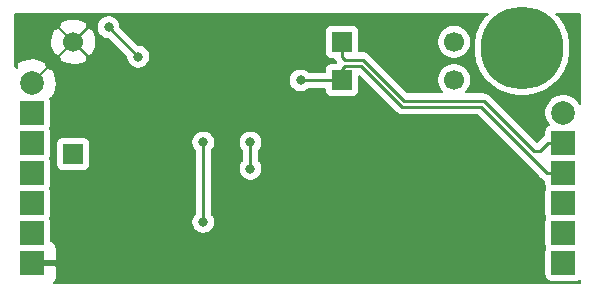
<source format=gbr>
G04 #@! TF.GenerationSoftware,KiCad,Pcbnew,(5.1.2-1)-1*
G04 #@! TF.CreationDate,2021-07-04T20:57:03+03:00*
G04 #@! TF.ProjectId,OEP-2,4f45502d-322e-46b6-9963-61645f706362,rev?*
G04 #@! TF.SameCoordinates,Original*
G04 #@! TF.FileFunction,Copper,L2,Bot*
G04 #@! TF.FilePolarity,Positive*
%FSLAX46Y46*%
G04 Gerber Fmt 4.6, Leading zero omitted, Abs format (unit mm)*
G04 Created by KiCad (PCBNEW (5.1.2-1)-1) date 2021-07-04 20:57:03*
%MOMM*%
%LPD*%
G04 APERTURE LIST*
%ADD10R,1.700000X1.700000*%
%ADD11C,1.700000*%
%ADD12R,2.000000X2.000000*%
%ADD13C,2.000000*%
%ADD14C,7.000000*%
%ADD15C,0.800000*%
%ADD16C,0.500000*%
%ADD17C,0.250000*%
%ADD18C,0.200000*%
G04 APERTURE END LIST*
D10*
X103750000Y-56750000D03*
D11*
X113250000Y-56750000D03*
D10*
X103750000Y-53500000D03*
D11*
X113250000Y-53500000D03*
D10*
X81000000Y-63000000D03*
D11*
X81000000Y-53500000D03*
D12*
X122500000Y-72200000D03*
X122500000Y-64580000D03*
X122500000Y-69660000D03*
X122500000Y-62040000D03*
X122500000Y-67120000D03*
D13*
X122500000Y-59500000D03*
D12*
X77500000Y-69700000D03*
X77500000Y-62080000D03*
X77500000Y-67160000D03*
X77500000Y-59540000D03*
X77500000Y-64620000D03*
D13*
X77500000Y-57000000D03*
D12*
X77500000Y-72240000D03*
D14*
X119000000Y-54000000D03*
D15*
X113250000Y-62250000D03*
X80250000Y-71250000D03*
X80250000Y-73250000D03*
X81500000Y-71250000D03*
X81500000Y-73250000D03*
X76750000Y-54250000D03*
X78250000Y-54250000D03*
X78250000Y-53000000D03*
X76750000Y-53000000D03*
X105250000Y-71500000D03*
X86750000Y-73250000D03*
X86750000Y-57500000D03*
X104500000Y-59500000D03*
X84250000Y-58250000D03*
X97750000Y-59500000D03*
X96000000Y-64250000D03*
X96000000Y-62000000D03*
X100250000Y-56750000D03*
X92000000Y-62000000D03*
X92000000Y-68750000D03*
X84000000Y-52250000D03*
X86500000Y-54750000D03*
D16*
X77500000Y-72240000D02*
X79990000Y-72240000D01*
D17*
X115750000Y-58500000D02*
X109000000Y-58500000D01*
X122500000Y-62040000D02*
X121210000Y-62040000D01*
X120000000Y-62750000D02*
X115750000Y-58500000D01*
X121210000Y-62040000D02*
X120500000Y-62750000D01*
X120500000Y-62750000D02*
X120000000Y-62750000D01*
X103750000Y-53500000D02*
X103750000Y-54750000D01*
X104000000Y-55000000D02*
X105500000Y-55000000D01*
X103750000Y-54750000D02*
X104000000Y-55000000D01*
X109000000Y-58500000D02*
X105500000Y-55000000D01*
X96000000Y-64250000D02*
X96000000Y-62000000D01*
X103750000Y-56750000D02*
X103750000Y-55750000D01*
X103750000Y-55750000D02*
X104000000Y-55500000D01*
X104000000Y-55500000D02*
X105363590Y-55500000D01*
X105363590Y-55500000D02*
X108863590Y-59000000D01*
X108863590Y-59000000D02*
X115500000Y-59000000D01*
X121080000Y-64580000D02*
X120750000Y-64250000D01*
X122500000Y-64580000D02*
X121080000Y-64580000D01*
X120750000Y-64250000D02*
X121000000Y-64500000D01*
X115500000Y-59000000D02*
X120750000Y-64250000D01*
X103750000Y-56750000D02*
X100250000Y-56750000D01*
X92000000Y-62000000D02*
X92000000Y-66500000D01*
X92000000Y-66500000D02*
X92000000Y-68750000D01*
X84000000Y-52250000D02*
X86500000Y-54750000D01*
D18*
G36*
X115815322Y-51386402D02*
G01*
X115366627Y-52057922D01*
X115057561Y-52804074D01*
X114900000Y-53596185D01*
X114900000Y-54403815D01*
X115057561Y-55195926D01*
X115366627Y-55942078D01*
X115815322Y-56613598D01*
X116386402Y-57184678D01*
X117057922Y-57633373D01*
X117804074Y-57942439D01*
X118596185Y-58100000D01*
X119403815Y-58100000D01*
X120195926Y-57942439D01*
X120942078Y-57633373D01*
X121613598Y-57184678D01*
X122184678Y-56613598D01*
X122633373Y-55942078D01*
X122942439Y-55195926D01*
X123100000Y-54403815D01*
X123100000Y-53596185D01*
X122942439Y-52804074D01*
X122633373Y-52057922D01*
X122184678Y-51386402D01*
X121898276Y-51100000D01*
X123900000Y-51100000D01*
X123900000Y-58715324D01*
X123742801Y-58480059D01*
X123519941Y-58257199D01*
X123257884Y-58082098D01*
X122966703Y-57961487D01*
X122657586Y-57900000D01*
X122342414Y-57900000D01*
X122033297Y-57961487D01*
X121742116Y-58082098D01*
X121480059Y-58257199D01*
X121257199Y-58480059D01*
X121082098Y-58742116D01*
X120961487Y-59033297D01*
X120900000Y-59342414D01*
X120900000Y-59657586D01*
X120961487Y-59966703D01*
X121082098Y-60257884D01*
X121242185Y-60497472D01*
X121165045Y-60538704D01*
X121073683Y-60613683D01*
X120998704Y-60705045D01*
X120942990Y-60809279D01*
X120908682Y-60922379D01*
X120897097Y-61040000D01*
X120897097Y-61385182D01*
X120805263Y-61434269D01*
X120722525Y-61502170D01*
X120722523Y-61502172D01*
X120694868Y-61524868D01*
X120672172Y-61552523D01*
X120250000Y-61974695D01*
X116287832Y-58012528D01*
X116265132Y-57984868D01*
X116154737Y-57894269D01*
X116028788Y-57826947D01*
X115892125Y-57785491D01*
X115785607Y-57775000D01*
X115785597Y-57775000D01*
X115750000Y-57771494D01*
X115714403Y-57775000D01*
X114275610Y-57775000D01*
X114376289Y-57674321D01*
X114534973Y-57436833D01*
X114644277Y-57172949D01*
X114700000Y-56892813D01*
X114700000Y-56607187D01*
X114644277Y-56327051D01*
X114534973Y-56063167D01*
X114376289Y-55825679D01*
X114174321Y-55623711D01*
X113936833Y-55465027D01*
X113672949Y-55355723D01*
X113392813Y-55300000D01*
X113107187Y-55300000D01*
X112827051Y-55355723D01*
X112563167Y-55465027D01*
X112325679Y-55623711D01*
X112123711Y-55825679D01*
X111965027Y-56063167D01*
X111855723Y-56327051D01*
X111800000Y-56607187D01*
X111800000Y-56892813D01*
X111855723Y-57172949D01*
X111965027Y-57436833D01*
X112123711Y-57674321D01*
X112224390Y-57775000D01*
X109300305Y-57775000D01*
X106037830Y-54512526D01*
X106015132Y-54484868D01*
X105904737Y-54394269D01*
X105778788Y-54326947D01*
X105642125Y-54285491D01*
X105535607Y-54275000D01*
X105535597Y-54275000D01*
X105500000Y-54271494D01*
X105464403Y-54275000D01*
X105202903Y-54275000D01*
X105202903Y-53357187D01*
X111800000Y-53357187D01*
X111800000Y-53642813D01*
X111855723Y-53922949D01*
X111965027Y-54186833D01*
X112123711Y-54424321D01*
X112325679Y-54626289D01*
X112563167Y-54784973D01*
X112827051Y-54894277D01*
X113107187Y-54950000D01*
X113392813Y-54950000D01*
X113672949Y-54894277D01*
X113936833Y-54784973D01*
X114174321Y-54626289D01*
X114376289Y-54424321D01*
X114534973Y-54186833D01*
X114644277Y-53922949D01*
X114700000Y-53642813D01*
X114700000Y-53357187D01*
X114644277Y-53077051D01*
X114534973Y-52813167D01*
X114376289Y-52575679D01*
X114174321Y-52373711D01*
X113936833Y-52215027D01*
X113672949Y-52105723D01*
X113392813Y-52050000D01*
X113107187Y-52050000D01*
X112827051Y-52105723D01*
X112563167Y-52215027D01*
X112325679Y-52373711D01*
X112123711Y-52575679D01*
X111965027Y-52813167D01*
X111855723Y-53077051D01*
X111800000Y-53357187D01*
X105202903Y-53357187D01*
X105202903Y-52650000D01*
X105191318Y-52532379D01*
X105157010Y-52419279D01*
X105101296Y-52315045D01*
X105026317Y-52223683D01*
X104934955Y-52148704D01*
X104830721Y-52092990D01*
X104717621Y-52058682D01*
X104600000Y-52047097D01*
X102900000Y-52047097D01*
X102782379Y-52058682D01*
X102669279Y-52092990D01*
X102565045Y-52148704D01*
X102473683Y-52223683D01*
X102398704Y-52315045D01*
X102342990Y-52419279D01*
X102308682Y-52532379D01*
X102297097Y-52650000D01*
X102297097Y-54350000D01*
X102308682Y-54467621D01*
X102342990Y-54580721D01*
X102398704Y-54684955D01*
X102473683Y-54776317D01*
X102565045Y-54851296D01*
X102669279Y-54907010D01*
X102782379Y-54941318D01*
X102900000Y-54952903D01*
X103053929Y-54952903D01*
X103076947Y-55028787D01*
X103144269Y-55154736D01*
X103212170Y-55237474D01*
X103212173Y-55237477D01*
X103222450Y-55250000D01*
X103212173Y-55262523D01*
X103212170Y-55262526D01*
X103183798Y-55297097D01*
X102900000Y-55297097D01*
X102782379Y-55308682D01*
X102669279Y-55342990D01*
X102565045Y-55398704D01*
X102473683Y-55473683D01*
X102398704Y-55565045D01*
X102342990Y-55669279D01*
X102308682Y-55782379D01*
X102297097Y-55900000D01*
X102297097Y-56025000D01*
X100939214Y-56025000D01*
X100887463Y-55973249D01*
X100723678Y-55863811D01*
X100541689Y-55788429D01*
X100348491Y-55750000D01*
X100151509Y-55750000D01*
X99958311Y-55788429D01*
X99776322Y-55863811D01*
X99612537Y-55973249D01*
X99473249Y-56112537D01*
X99363811Y-56276322D01*
X99288429Y-56458311D01*
X99250000Y-56651509D01*
X99250000Y-56848491D01*
X99288429Y-57041689D01*
X99363811Y-57223678D01*
X99473249Y-57387463D01*
X99612537Y-57526751D01*
X99776322Y-57636189D01*
X99958311Y-57711571D01*
X100151509Y-57750000D01*
X100348491Y-57750000D01*
X100541689Y-57711571D01*
X100723678Y-57636189D01*
X100887463Y-57526751D01*
X100939214Y-57475000D01*
X102297097Y-57475000D01*
X102297097Y-57600000D01*
X102308682Y-57717621D01*
X102342990Y-57830721D01*
X102398704Y-57934955D01*
X102473683Y-58026317D01*
X102565045Y-58101296D01*
X102669279Y-58157010D01*
X102782379Y-58191318D01*
X102900000Y-58202903D01*
X104600000Y-58202903D01*
X104717621Y-58191318D01*
X104830721Y-58157010D01*
X104934955Y-58101296D01*
X105026317Y-58026317D01*
X105101296Y-57934955D01*
X105157010Y-57830721D01*
X105191318Y-57717621D01*
X105202903Y-57600000D01*
X105202903Y-56364617D01*
X108325762Y-59487477D01*
X108348458Y-59515132D01*
X108376113Y-59537828D01*
X108376115Y-59537830D01*
X108458853Y-59605731D01*
X108584802Y-59673053D01*
X108721465Y-59714509D01*
X108827983Y-59725000D01*
X108827992Y-59725000D01*
X108863589Y-59728506D01*
X108899186Y-59725000D01*
X115199696Y-59725000D01*
X120262525Y-64787830D01*
X120262531Y-64787835D01*
X120542168Y-65067472D01*
X120564868Y-65095132D01*
X120675263Y-65185731D01*
X120801212Y-65253053D01*
X120897097Y-65282139D01*
X120897097Y-65580000D01*
X120908682Y-65697621D01*
X120942990Y-65810721D01*
X120963985Y-65850000D01*
X120942990Y-65889279D01*
X120908682Y-66002379D01*
X120897097Y-66120000D01*
X120897097Y-68120000D01*
X120908682Y-68237621D01*
X120942990Y-68350721D01*
X120963985Y-68390000D01*
X120942990Y-68429279D01*
X120908682Y-68542379D01*
X120897097Y-68660000D01*
X120897097Y-70660000D01*
X120908682Y-70777621D01*
X120942990Y-70890721D01*
X120963985Y-70930000D01*
X120942990Y-70969279D01*
X120908682Y-71082379D01*
X120897097Y-71200000D01*
X120897097Y-73200000D01*
X120908682Y-73317621D01*
X120942990Y-73430721D01*
X120998704Y-73534955D01*
X121073683Y-73626317D01*
X121165045Y-73701296D01*
X121269279Y-73757010D01*
X121382379Y-73791318D01*
X121500000Y-73802903D01*
X123500000Y-73802903D01*
X123617621Y-73791318D01*
X123730721Y-73757010D01*
X123834955Y-73701296D01*
X123900000Y-73647915D01*
X123900000Y-73900000D01*
X79381360Y-73900000D01*
X79419042Y-73854084D01*
X79521184Y-73662988D01*
X79584084Y-73455638D01*
X79605322Y-73240000D01*
X79600000Y-72540000D01*
X79325000Y-72265000D01*
X77525000Y-72265000D01*
X77525000Y-72285000D01*
X77475000Y-72285000D01*
X77475000Y-72265000D01*
X77455000Y-72265000D01*
X77455000Y-72215000D01*
X77475000Y-72215000D01*
X77475000Y-72195000D01*
X77525000Y-72195000D01*
X77525000Y-72215000D01*
X79325000Y-72215000D01*
X79600000Y-71940000D01*
X79605322Y-71240000D01*
X79584084Y-71024362D01*
X79521184Y-70817012D01*
X79419042Y-70625916D01*
X79281581Y-70458419D01*
X79114084Y-70320958D01*
X79102903Y-70314982D01*
X79102903Y-68700000D01*
X79091318Y-68582379D01*
X79057010Y-68469279D01*
X79036015Y-68430000D01*
X79057010Y-68390721D01*
X79091318Y-68277621D01*
X79102903Y-68160000D01*
X79102903Y-66160000D01*
X79091318Y-66042379D01*
X79057010Y-65929279D01*
X79036015Y-65890000D01*
X79057010Y-65850721D01*
X79091318Y-65737621D01*
X79102903Y-65620000D01*
X79102903Y-63620000D01*
X79091318Y-63502379D01*
X79057010Y-63389279D01*
X79036015Y-63350000D01*
X79057010Y-63310721D01*
X79091318Y-63197621D01*
X79102903Y-63080000D01*
X79102903Y-62150000D01*
X79547097Y-62150000D01*
X79547097Y-63850000D01*
X79558682Y-63967621D01*
X79592990Y-64080721D01*
X79648704Y-64184955D01*
X79723683Y-64276317D01*
X79815045Y-64351296D01*
X79919279Y-64407010D01*
X80032379Y-64441318D01*
X80150000Y-64452903D01*
X81850000Y-64452903D01*
X81967621Y-64441318D01*
X82080721Y-64407010D01*
X82184955Y-64351296D01*
X82276317Y-64276317D01*
X82351296Y-64184955D01*
X82407010Y-64080721D01*
X82441318Y-63967621D01*
X82452903Y-63850000D01*
X82452903Y-62150000D01*
X82441318Y-62032379D01*
X82407010Y-61919279D01*
X82397512Y-61901509D01*
X91000000Y-61901509D01*
X91000000Y-62098491D01*
X91038429Y-62291689D01*
X91113811Y-62473678D01*
X91223249Y-62637463D01*
X91275000Y-62689214D01*
X91275001Y-66464384D01*
X91275000Y-66464394D01*
X91275001Y-68060785D01*
X91223249Y-68112537D01*
X91113811Y-68276322D01*
X91038429Y-68458311D01*
X91000000Y-68651509D01*
X91000000Y-68848491D01*
X91038429Y-69041689D01*
X91113811Y-69223678D01*
X91223249Y-69387463D01*
X91362537Y-69526751D01*
X91526322Y-69636189D01*
X91708311Y-69711571D01*
X91901509Y-69750000D01*
X92098491Y-69750000D01*
X92291689Y-69711571D01*
X92473678Y-69636189D01*
X92637463Y-69526751D01*
X92776751Y-69387463D01*
X92886189Y-69223678D01*
X92961571Y-69041689D01*
X93000000Y-68848491D01*
X93000000Y-68651509D01*
X92961571Y-68458311D01*
X92886189Y-68276322D01*
X92776751Y-68112537D01*
X92725000Y-68060786D01*
X92725000Y-62689214D01*
X92776751Y-62637463D01*
X92886189Y-62473678D01*
X92961571Y-62291689D01*
X93000000Y-62098491D01*
X93000000Y-61901509D01*
X95000000Y-61901509D01*
X95000000Y-62098491D01*
X95038429Y-62291689D01*
X95113811Y-62473678D01*
X95223249Y-62637463D01*
X95275001Y-62689215D01*
X95275000Y-63560786D01*
X95223249Y-63612537D01*
X95113811Y-63776322D01*
X95038429Y-63958311D01*
X95000000Y-64151509D01*
X95000000Y-64348491D01*
X95038429Y-64541689D01*
X95113811Y-64723678D01*
X95223249Y-64887463D01*
X95362537Y-65026751D01*
X95526322Y-65136189D01*
X95708311Y-65211571D01*
X95901509Y-65250000D01*
X96098491Y-65250000D01*
X96291689Y-65211571D01*
X96473678Y-65136189D01*
X96637463Y-65026751D01*
X96776751Y-64887463D01*
X96886189Y-64723678D01*
X96961571Y-64541689D01*
X97000000Y-64348491D01*
X97000000Y-64151509D01*
X96961571Y-63958311D01*
X96886189Y-63776322D01*
X96776751Y-63612537D01*
X96725000Y-63560786D01*
X96725000Y-62689214D01*
X96776751Y-62637463D01*
X96886189Y-62473678D01*
X96961571Y-62291689D01*
X97000000Y-62098491D01*
X97000000Y-61901509D01*
X96961571Y-61708311D01*
X96886189Y-61526322D01*
X96776751Y-61362537D01*
X96637463Y-61223249D01*
X96473678Y-61113811D01*
X96291689Y-61038429D01*
X96098491Y-61000000D01*
X95901509Y-61000000D01*
X95708311Y-61038429D01*
X95526322Y-61113811D01*
X95362537Y-61223249D01*
X95223249Y-61362537D01*
X95113811Y-61526322D01*
X95038429Y-61708311D01*
X95000000Y-61901509D01*
X93000000Y-61901509D01*
X92961571Y-61708311D01*
X92886189Y-61526322D01*
X92776751Y-61362537D01*
X92637463Y-61223249D01*
X92473678Y-61113811D01*
X92291689Y-61038429D01*
X92098491Y-61000000D01*
X91901509Y-61000000D01*
X91708311Y-61038429D01*
X91526322Y-61113811D01*
X91362537Y-61223249D01*
X91223249Y-61362537D01*
X91113811Y-61526322D01*
X91038429Y-61708311D01*
X91000000Y-61901509D01*
X82397512Y-61901509D01*
X82351296Y-61815045D01*
X82276317Y-61723683D01*
X82184955Y-61648704D01*
X82080721Y-61592990D01*
X81967621Y-61558682D01*
X81850000Y-61547097D01*
X80150000Y-61547097D01*
X80032379Y-61558682D01*
X79919279Y-61592990D01*
X79815045Y-61648704D01*
X79723683Y-61723683D01*
X79648704Y-61815045D01*
X79592990Y-61919279D01*
X79558682Y-62032379D01*
X79547097Y-62150000D01*
X79102903Y-62150000D01*
X79102903Y-61080000D01*
X79091318Y-60962379D01*
X79057010Y-60849279D01*
X79036015Y-60810000D01*
X79057010Y-60770721D01*
X79091318Y-60657621D01*
X79102903Y-60540000D01*
X79102903Y-58540000D01*
X79091318Y-58422379D01*
X79057010Y-58309279D01*
X79024792Y-58249003D01*
X79221731Y-58220009D01*
X79426660Y-57860674D01*
X79557549Y-57468263D01*
X79609368Y-57057858D01*
X79580125Y-56645228D01*
X79470943Y-56246233D01*
X79286020Y-55876204D01*
X79221731Y-55779991D01*
X78815212Y-55720143D01*
X77535355Y-57000000D01*
X77549498Y-57014143D01*
X77514143Y-57049498D01*
X77500000Y-57035355D01*
X77485858Y-57049498D01*
X77450503Y-57014143D01*
X77464645Y-57000000D01*
X77450503Y-56985858D01*
X77485858Y-56950503D01*
X77500000Y-56964645D01*
X78779857Y-55684788D01*
X78720009Y-55278269D01*
X78360674Y-55073340D01*
X77968263Y-54942451D01*
X77557858Y-54890632D01*
X77145228Y-54919875D01*
X76746233Y-55029057D01*
X76376204Y-55213980D01*
X76279991Y-55278269D01*
X76220143Y-55684785D01*
X76100000Y-55564642D01*
X76100000Y-54708622D01*
X79826734Y-54708622D01*
X79868592Y-55099782D01*
X80202434Y-55289770D01*
X80566925Y-55410977D01*
X80948060Y-55458747D01*
X81331190Y-55431243D01*
X81701593Y-55329522D01*
X82045035Y-55157494D01*
X82131408Y-55099782D01*
X82173266Y-54708622D01*
X81000000Y-53535355D01*
X79826734Y-54708622D01*
X76100000Y-54708622D01*
X76100000Y-53448060D01*
X79041253Y-53448060D01*
X79068757Y-53831190D01*
X79170478Y-54201593D01*
X79342506Y-54545035D01*
X79400218Y-54631408D01*
X79791378Y-54673266D01*
X80964645Y-53500000D01*
X81035355Y-53500000D01*
X82208622Y-54673266D01*
X82599782Y-54631408D01*
X82789770Y-54297566D01*
X82910977Y-53933075D01*
X82958747Y-53551940D01*
X82931243Y-53168810D01*
X82829522Y-52798407D01*
X82657494Y-52454965D01*
X82599782Y-52368592D01*
X82208622Y-52326734D01*
X81035355Y-53500000D01*
X80964645Y-53500000D01*
X79791378Y-52326734D01*
X79400218Y-52368592D01*
X79210230Y-52702434D01*
X79089023Y-53066925D01*
X79041253Y-53448060D01*
X76100000Y-53448060D01*
X76100000Y-52291378D01*
X79826734Y-52291378D01*
X81000000Y-53464645D01*
X82173266Y-52291378D01*
X82158299Y-52151509D01*
X83000000Y-52151509D01*
X83000000Y-52348491D01*
X83038429Y-52541689D01*
X83113811Y-52723678D01*
X83223249Y-52887463D01*
X83362537Y-53026751D01*
X83526322Y-53136189D01*
X83708311Y-53211571D01*
X83901509Y-53250000D01*
X83974696Y-53250000D01*
X85500000Y-54775305D01*
X85500000Y-54848491D01*
X85538429Y-55041689D01*
X85613811Y-55223678D01*
X85723249Y-55387463D01*
X85862537Y-55526751D01*
X86026322Y-55636189D01*
X86208311Y-55711571D01*
X86401509Y-55750000D01*
X86598491Y-55750000D01*
X86791689Y-55711571D01*
X86973678Y-55636189D01*
X87137463Y-55526751D01*
X87276751Y-55387463D01*
X87386189Y-55223678D01*
X87461571Y-55041689D01*
X87500000Y-54848491D01*
X87500000Y-54651509D01*
X87461571Y-54458311D01*
X87386189Y-54276322D01*
X87276751Y-54112537D01*
X87137463Y-53973249D01*
X86973678Y-53863811D01*
X86791689Y-53788429D01*
X86598491Y-53750000D01*
X86525305Y-53750000D01*
X85000000Y-52224696D01*
X85000000Y-52151509D01*
X84961571Y-51958311D01*
X84886189Y-51776322D01*
X84776751Y-51612537D01*
X84637463Y-51473249D01*
X84473678Y-51363811D01*
X84291689Y-51288429D01*
X84098491Y-51250000D01*
X83901509Y-51250000D01*
X83708311Y-51288429D01*
X83526322Y-51363811D01*
X83362537Y-51473249D01*
X83223249Y-51612537D01*
X83113811Y-51776322D01*
X83038429Y-51958311D01*
X83000000Y-52151509D01*
X82158299Y-52151509D01*
X82131408Y-51900218D01*
X81797566Y-51710230D01*
X81433075Y-51589023D01*
X81051940Y-51541253D01*
X80668810Y-51568757D01*
X80298407Y-51670478D01*
X79954965Y-51842506D01*
X79868592Y-51900218D01*
X79826734Y-52291378D01*
X76100000Y-52291378D01*
X76100000Y-51100000D01*
X116101724Y-51100000D01*
X115815322Y-51386402D01*
X115815322Y-51386402D01*
G37*
X115815322Y-51386402D02*
X115366627Y-52057922D01*
X115057561Y-52804074D01*
X114900000Y-53596185D01*
X114900000Y-54403815D01*
X115057561Y-55195926D01*
X115366627Y-55942078D01*
X115815322Y-56613598D01*
X116386402Y-57184678D01*
X117057922Y-57633373D01*
X117804074Y-57942439D01*
X118596185Y-58100000D01*
X119403815Y-58100000D01*
X120195926Y-57942439D01*
X120942078Y-57633373D01*
X121613598Y-57184678D01*
X122184678Y-56613598D01*
X122633373Y-55942078D01*
X122942439Y-55195926D01*
X123100000Y-54403815D01*
X123100000Y-53596185D01*
X122942439Y-52804074D01*
X122633373Y-52057922D01*
X122184678Y-51386402D01*
X121898276Y-51100000D01*
X123900000Y-51100000D01*
X123900000Y-58715324D01*
X123742801Y-58480059D01*
X123519941Y-58257199D01*
X123257884Y-58082098D01*
X122966703Y-57961487D01*
X122657586Y-57900000D01*
X122342414Y-57900000D01*
X122033297Y-57961487D01*
X121742116Y-58082098D01*
X121480059Y-58257199D01*
X121257199Y-58480059D01*
X121082098Y-58742116D01*
X120961487Y-59033297D01*
X120900000Y-59342414D01*
X120900000Y-59657586D01*
X120961487Y-59966703D01*
X121082098Y-60257884D01*
X121242185Y-60497472D01*
X121165045Y-60538704D01*
X121073683Y-60613683D01*
X120998704Y-60705045D01*
X120942990Y-60809279D01*
X120908682Y-60922379D01*
X120897097Y-61040000D01*
X120897097Y-61385182D01*
X120805263Y-61434269D01*
X120722525Y-61502170D01*
X120722523Y-61502172D01*
X120694868Y-61524868D01*
X120672172Y-61552523D01*
X120250000Y-61974695D01*
X116287832Y-58012528D01*
X116265132Y-57984868D01*
X116154737Y-57894269D01*
X116028788Y-57826947D01*
X115892125Y-57785491D01*
X115785607Y-57775000D01*
X115785597Y-57775000D01*
X115750000Y-57771494D01*
X115714403Y-57775000D01*
X114275610Y-57775000D01*
X114376289Y-57674321D01*
X114534973Y-57436833D01*
X114644277Y-57172949D01*
X114700000Y-56892813D01*
X114700000Y-56607187D01*
X114644277Y-56327051D01*
X114534973Y-56063167D01*
X114376289Y-55825679D01*
X114174321Y-55623711D01*
X113936833Y-55465027D01*
X113672949Y-55355723D01*
X113392813Y-55300000D01*
X113107187Y-55300000D01*
X112827051Y-55355723D01*
X112563167Y-55465027D01*
X112325679Y-55623711D01*
X112123711Y-55825679D01*
X111965027Y-56063167D01*
X111855723Y-56327051D01*
X111800000Y-56607187D01*
X111800000Y-56892813D01*
X111855723Y-57172949D01*
X111965027Y-57436833D01*
X112123711Y-57674321D01*
X112224390Y-57775000D01*
X109300305Y-57775000D01*
X106037830Y-54512526D01*
X106015132Y-54484868D01*
X105904737Y-54394269D01*
X105778788Y-54326947D01*
X105642125Y-54285491D01*
X105535607Y-54275000D01*
X105535597Y-54275000D01*
X105500000Y-54271494D01*
X105464403Y-54275000D01*
X105202903Y-54275000D01*
X105202903Y-53357187D01*
X111800000Y-53357187D01*
X111800000Y-53642813D01*
X111855723Y-53922949D01*
X111965027Y-54186833D01*
X112123711Y-54424321D01*
X112325679Y-54626289D01*
X112563167Y-54784973D01*
X112827051Y-54894277D01*
X113107187Y-54950000D01*
X113392813Y-54950000D01*
X113672949Y-54894277D01*
X113936833Y-54784973D01*
X114174321Y-54626289D01*
X114376289Y-54424321D01*
X114534973Y-54186833D01*
X114644277Y-53922949D01*
X114700000Y-53642813D01*
X114700000Y-53357187D01*
X114644277Y-53077051D01*
X114534973Y-52813167D01*
X114376289Y-52575679D01*
X114174321Y-52373711D01*
X113936833Y-52215027D01*
X113672949Y-52105723D01*
X113392813Y-52050000D01*
X113107187Y-52050000D01*
X112827051Y-52105723D01*
X112563167Y-52215027D01*
X112325679Y-52373711D01*
X112123711Y-52575679D01*
X111965027Y-52813167D01*
X111855723Y-53077051D01*
X111800000Y-53357187D01*
X105202903Y-53357187D01*
X105202903Y-52650000D01*
X105191318Y-52532379D01*
X105157010Y-52419279D01*
X105101296Y-52315045D01*
X105026317Y-52223683D01*
X104934955Y-52148704D01*
X104830721Y-52092990D01*
X104717621Y-52058682D01*
X104600000Y-52047097D01*
X102900000Y-52047097D01*
X102782379Y-52058682D01*
X102669279Y-52092990D01*
X102565045Y-52148704D01*
X102473683Y-52223683D01*
X102398704Y-52315045D01*
X102342990Y-52419279D01*
X102308682Y-52532379D01*
X102297097Y-52650000D01*
X102297097Y-54350000D01*
X102308682Y-54467621D01*
X102342990Y-54580721D01*
X102398704Y-54684955D01*
X102473683Y-54776317D01*
X102565045Y-54851296D01*
X102669279Y-54907010D01*
X102782379Y-54941318D01*
X102900000Y-54952903D01*
X103053929Y-54952903D01*
X103076947Y-55028787D01*
X103144269Y-55154736D01*
X103212170Y-55237474D01*
X103212173Y-55237477D01*
X103222450Y-55250000D01*
X103212173Y-55262523D01*
X103212170Y-55262526D01*
X103183798Y-55297097D01*
X102900000Y-55297097D01*
X102782379Y-55308682D01*
X102669279Y-55342990D01*
X102565045Y-55398704D01*
X102473683Y-55473683D01*
X102398704Y-55565045D01*
X102342990Y-55669279D01*
X102308682Y-55782379D01*
X102297097Y-55900000D01*
X102297097Y-56025000D01*
X100939214Y-56025000D01*
X100887463Y-55973249D01*
X100723678Y-55863811D01*
X100541689Y-55788429D01*
X100348491Y-55750000D01*
X100151509Y-55750000D01*
X99958311Y-55788429D01*
X99776322Y-55863811D01*
X99612537Y-55973249D01*
X99473249Y-56112537D01*
X99363811Y-56276322D01*
X99288429Y-56458311D01*
X99250000Y-56651509D01*
X99250000Y-56848491D01*
X99288429Y-57041689D01*
X99363811Y-57223678D01*
X99473249Y-57387463D01*
X99612537Y-57526751D01*
X99776322Y-57636189D01*
X99958311Y-57711571D01*
X100151509Y-57750000D01*
X100348491Y-57750000D01*
X100541689Y-57711571D01*
X100723678Y-57636189D01*
X100887463Y-57526751D01*
X100939214Y-57475000D01*
X102297097Y-57475000D01*
X102297097Y-57600000D01*
X102308682Y-57717621D01*
X102342990Y-57830721D01*
X102398704Y-57934955D01*
X102473683Y-58026317D01*
X102565045Y-58101296D01*
X102669279Y-58157010D01*
X102782379Y-58191318D01*
X102900000Y-58202903D01*
X104600000Y-58202903D01*
X104717621Y-58191318D01*
X104830721Y-58157010D01*
X104934955Y-58101296D01*
X105026317Y-58026317D01*
X105101296Y-57934955D01*
X105157010Y-57830721D01*
X105191318Y-57717621D01*
X105202903Y-57600000D01*
X105202903Y-56364617D01*
X108325762Y-59487477D01*
X108348458Y-59515132D01*
X108376113Y-59537828D01*
X108376115Y-59537830D01*
X108458853Y-59605731D01*
X108584802Y-59673053D01*
X108721465Y-59714509D01*
X108827983Y-59725000D01*
X108827992Y-59725000D01*
X108863589Y-59728506D01*
X108899186Y-59725000D01*
X115199696Y-59725000D01*
X120262525Y-64787830D01*
X120262531Y-64787835D01*
X120542168Y-65067472D01*
X120564868Y-65095132D01*
X120675263Y-65185731D01*
X120801212Y-65253053D01*
X120897097Y-65282139D01*
X120897097Y-65580000D01*
X120908682Y-65697621D01*
X120942990Y-65810721D01*
X120963985Y-65850000D01*
X120942990Y-65889279D01*
X120908682Y-66002379D01*
X120897097Y-66120000D01*
X120897097Y-68120000D01*
X120908682Y-68237621D01*
X120942990Y-68350721D01*
X120963985Y-68390000D01*
X120942990Y-68429279D01*
X120908682Y-68542379D01*
X120897097Y-68660000D01*
X120897097Y-70660000D01*
X120908682Y-70777621D01*
X120942990Y-70890721D01*
X120963985Y-70930000D01*
X120942990Y-70969279D01*
X120908682Y-71082379D01*
X120897097Y-71200000D01*
X120897097Y-73200000D01*
X120908682Y-73317621D01*
X120942990Y-73430721D01*
X120998704Y-73534955D01*
X121073683Y-73626317D01*
X121165045Y-73701296D01*
X121269279Y-73757010D01*
X121382379Y-73791318D01*
X121500000Y-73802903D01*
X123500000Y-73802903D01*
X123617621Y-73791318D01*
X123730721Y-73757010D01*
X123834955Y-73701296D01*
X123900000Y-73647915D01*
X123900000Y-73900000D01*
X79381360Y-73900000D01*
X79419042Y-73854084D01*
X79521184Y-73662988D01*
X79584084Y-73455638D01*
X79605322Y-73240000D01*
X79600000Y-72540000D01*
X79325000Y-72265000D01*
X77525000Y-72265000D01*
X77525000Y-72285000D01*
X77475000Y-72285000D01*
X77475000Y-72265000D01*
X77455000Y-72265000D01*
X77455000Y-72215000D01*
X77475000Y-72215000D01*
X77475000Y-72195000D01*
X77525000Y-72195000D01*
X77525000Y-72215000D01*
X79325000Y-72215000D01*
X79600000Y-71940000D01*
X79605322Y-71240000D01*
X79584084Y-71024362D01*
X79521184Y-70817012D01*
X79419042Y-70625916D01*
X79281581Y-70458419D01*
X79114084Y-70320958D01*
X79102903Y-70314982D01*
X79102903Y-68700000D01*
X79091318Y-68582379D01*
X79057010Y-68469279D01*
X79036015Y-68430000D01*
X79057010Y-68390721D01*
X79091318Y-68277621D01*
X79102903Y-68160000D01*
X79102903Y-66160000D01*
X79091318Y-66042379D01*
X79057010Y-65929279D01*
X79036015Y-65890000D01*
X79057010Y-65850721D01*
X79091318Y-65737621D01*
X79102903Y-65620000D01*
X79102903Y-63620000D01*
X79091318Y-63502379D01*
X79057010Y-63389279D01*
X79036015Y-63350000D01*
X79057010Y-63310721D01*
X79091318Y-63197621D01*
X79102903Y-63080000D01*
X79102903Y-62150000D01*
X79547097Y-62150000D01*
X79547097Y-63850000D01*
X79558682Y-63967621D01*
X79592990Y-64080721D01*
X79648704Y-64184955D01*
X79723683Y-64276317D01*
X79815045Y-64351296D01*
X79919279Y-64407010D01*
X80032379Y-64441318D01*
X80150000Y-64452903D01*
X81850000Y-64452903D01*
X81967621Y-64441318D01*
X82080721Y-64407010D01*
X82184955Y-64351296D01*
X82276317Y-64276317D01*
X82351296Y-64184955D01*
X82407010Y-64080721D01*
X82441318Y-63967621D01*
X82452903Y-63850000D01*
X82452903Y-62150000D01*
X82441318Y-62032379D01*
X82407010Y-61919279D01*
X82397512Y-61901509D01*
X91000000Y-61901509D01*
X91000000Y-62098491D01*
X91038429Y-62291689D01*
X91113811Y-62473678D01*
X91223249Y-62637463D01*
X91275000Y-62689214D01*
X91275001Y-66464384D01*
X91275000Y-66464394D01*
X91275001Y-68060785D01*
X91223249Y-68112537D01*
X91113811Y-68276322D01*
X91038429Y-68458311D01*
X91000000Y-68651509D01*
X91000000Y-68848491D01*
X91038429Y-69041689D01*
X91113811Y-69223678D01*
X91223249Y-69387463D01*
X91362537Y-69526751D01*
X91526322Y-69636189D01*
X91708311Y-69711571D01*
X91901509Y-69750000D01*
X92098491Y-69750000D01*
X92291689Y-69711571D01*
X92473678Y-69636189D01*
X92637463Y-69526751D01*
X92776751Y-69387463D01*
X92886189Y-69223678D01*
X92961571Y-69041689D01*
X93000000Y-68848491D01*
X93000000Y-68651509D01*
X92961571Y-68458311D01*
X92886189Y-68276322D01*
X92776751Y-68112537D01*
X92725000Y-68060786D01*
X92725000Y-62689214D01*
X92776751Y-62637463D01*
X92886189Y-62473678D01*
X92961571Y-62291689D01*
X93000000Y-62098491D01*
X93000000Y-61901509D01*
X95000000Y-61901509D01*
X95000000Y-62098491D01*
X95038429Y-62291689D01*
X95113811Y-62473678D01*
X95223249Y-62637463D01*
X95275001Y-62689215D01*
X95275000Y-63560786D01*
X95223249Y-63612537D01*
X95113811Y-63776322D01*
X95038429Y-63958311D01*
X95000000Y-64151509D01*
X95000000Y-64348491D01*
X95038429Y-64541689D01*
X95113811Y-64723678D01*
X95223249Y-64887463D01*
X95362537Y-65026751D01*
X95526322Y-65136189D01*
X95708311Y-65211571D01*
X95901509Y-65250000D01*
X96098491Y-65250000D01*
X96291689Y-65211571D01*
X96473678Y-65136189D01*
X96637463Y-65026751D01*
X96776751Y-64887463D01*
X96886189Y-64723678D01*
X96961571Y-64541689D01*
X97000000Y-64348491D01*
X97000000Y-64151509D01*
X96961571Y-63958311D01*
X96886189Y-63776322D01*
X96776751Y-63612537D01*
X96725000Y-63560786D01*
X96725000Y-62689214D01*
X96776751Y-62637463D01*
X96886189Y-62473678D01*
X96961571Y-62291689D01*
X97000000Y-62098491D01*
X97000000Y-61901509D01*
X96961571Y-61708311D01*
X96886189Y-61526322D01*
X96776751Y-61362537D01*
X96637463Y-61223249D01*
X96473678Y-61113811D01*
X96291689Y-61038429D01*
X96098491Y-61000000D01*
X95901509Y-61000000D01*
X95708311Y-61038429D01*
X95526322Y-61113811D01*
X95362537Y-61223249D01*
X95223249Y-61362537D01*
X95113811Y-61526322D01*
X95038429Y-61708311D01*
X95000000Y-61901509D01*
X93000000Y-61901509D01*
X92961571Y-61708311D01*
X92886189Y-61526322D01*
X92776751Y-61362537D01*
X92637463Y-61223249D01*
X92473678Y-61113811D01*
X92291689Y-61038429D01*
X92098491Y-61000000D01*
X91901509Y-61000000D01*
X91708311Y-61038429D01*
X91526322Y-61113811D01*
X91362537Y-61223249D01*
X91223249Y-61362537D01*
X91113811Y-61526322D01*
X91038429Y-61708311D01*
X91000000Y-61901509D01*
X82397512Y-61901509D01*
X82351296Y-61815045D01*
X82276317Y-61723683D01*
X82184955Y-61648704D01*
X82080721Y-61592990D01*
X81967621Y-61558682D01*
X81850000Y-61547097D01*
X80150000Y-61547097D01*
X80032379Y-61558682D01*
X79919279Y-61592990D01*
X79815045Y-61648704D01*
X79723683Y-61723683D01*
X79648704Y-61815045D01*
X79592990Y-61919279D01*
X79558682Y-62032379D01*
X79547097Y-62150000D01*
X79102903Y-62150000D01*
X79102903Y-61080000D01*
X79091318Y-60962379D01*
X79057010Y-60849279D01*
X79036015Y-60810000D01*
X79057010Y-60770721D01*
X79091318Y-60657621D01*
X79102903Y-60540000D01*
X79102903Y-58540000D01*
X79091318Y-58422379D01*
X79057010Y-58309279D01*
X79024792Y-58249003D01*
X79221731Y-58220009D01*
X79426660Y-57860674D01*
X79557549Y-57468263D01*
X79609368Y-57057858D01*
X79580125Y-56645228D01*
X79470943Y-56246233D01*
X79286020Y-55876204D01*
X79221731Y-55779991D01*
X78815212Y-55720143D01*
X77535355Y-57000000D01*
X77549498Y-57014143D01*
X77514143Y-57049498D01*
X77500000Y-57035355D01*
X77485858Y-57049498D01*
X77450503Y-57014143D01*
X77464645Y-57000000D01*
X77450503Y-56985858D01*
X77485858Y-56950503D01*
X77500000Y-56964645D01*
X78779857Y-55684788D01*
X78720009Y-55278269D01*
X78360674Y-55073340D01*
X77968263Y-54942451D01*
X77557858Y-54890632D01*
X77145228Y-54919875D01*
X76746233Y-55029057D01*
X76376204Y-55213980D01*
X76279991Y-55278269D01*
X76220143Y-55684785D01*
X76100000Y-55564642D01*
X76100000Y-54708622D01*
X79826734Y-54708622D01*
X79868592Y-55099782D01*
X80202434Y-55289770D01*
X80566925Y-55410977D01*
X80948060Y-55458747D01*
X81331190Y-55431243D01*
X81701593Y-55329522D01*
X82045035Y-55157494D01*
X82131408Y-55099782D01*
X82173266Y-54708622D01*
X81000000Y-53535355D01*
X79826734Y-54708622D01*
X76100000Y-54708622D01*
X76100000Y-53448060D01*
X79041253Y-53448060D01*
X79068757Y-53831190D01*
X79170478Y-54201593D01*
X79342506Y-54545035D01*
X79400218Y-54631408D01*
X79791378Y-54673266D01*
X80964645Y-53500000D01*
X81035355Y-53500000D01*
X82208622Y-54673266D01*
X82599782Y-54631408D01*
X82789770Y-54297566D01*
X82910977Y-53933075D01*
X82958747Y-53551940D01*
X82931243Y-53168810D01*
X82829522Y-52798407D01*
X82657494Y-52454965D01*
X82599782Y-52368592D01*
X82208622Y-52326734D01*
X81035355Y-53500000D01*
X80964645Y-53500000D01*
X79791378Y-52326734D01*
X79400218Y-52368592D01*
X79210230Y-52702434D01*
X79089023Y-53066925D01*
X79041253Y-53448060D01*
X76100000Y-53448060D01*
X76100000Y-52291378D01*
X79826734Y-52291378D01*
X81000000Y-53464645D01*
X82173266Y-52291378D01*
X82158299Y-52151509D01*
X83000000Y-52151509D01*
X83000000Y-52348491D01*
X83038429Y-52541689D01*
X83113811Y-52723678D01*
X83223249Y-52887463D01*
X83362537Y-53026751D01*
X83526322Y-53136189D01*
X83708311Y-53211571D01*
X83901509Y-53250000D01*
X83974696Y-53250000D01*
X85500000Y-54775305D01*
X85500000Y-54848491D01*
X85538429Y-55041689D01*
X85613811Y-55223678D01*
X85723249Y-55387463D01*
X85862537Y-55526751D01*
X86026322Y-55636189D01*
X86208311Y-55711571D01*
X86401509Y-55750000D01*
X86598491Y-55750000D01*
X86791689Y-55711571D01*
X86973678Y-55636189D01*
X87137463Y-55526751D01*
X87276751Y-55387463D01*
X87386189Y-55223678D01*
X87461571Y-55041689D01*
X87500000Y-54848491D01*
X87500000Y-54651509D01*
X87461571Y-54458311D01*
X87386189Y-54276322D01*
X87276751Y-54112537D01*
X87137463Y-53973249D01*
X86973678Y-53863811D01*
X86791689Y-53788429D01*
X86598491Y-53750000D01*
X86525305Y-53750000D01*
X85000000Y-52224696D01*
X85000000Y-52151509D01*
X84961571Y-51958311D01*
X84886189Y-51776322D01*
X84776751Y-51612537D01*
X84637463Y-51473249D01*
X84473678Y-51363811D01*
X84291689Y-51288429D01*
X84098491Y-51250000D01*
X83901509Y-51250000D01*
X83708311Y-51288429D01*
X83526322Y-51363811D01*
X83362537Y-51473249D01*
X83223249Y-51612537D01*
X83113811Y-51776322D01*
X83038429Y-51958311D01*
X83000000Y-52151509D01*
X82158299Y-52151509D01*
X82131408Y-51900218D01*
X81797566Y-51710230D01*
X81433075Y-51589023D01*
X81051940Y-51541253D01*
X80668810Y-51568757D01*
X80298407Y-51670478D01*
X79954965Y-51842506D01*
X79868592Y-51900218D01*
X79826734Y-52291378D01*
X76100000Y-52291378D01*
X76100000Y-51100000D01*
X116101724Y-51100000D01*
X115815322Y-51386402D01*
M02*

</source>
